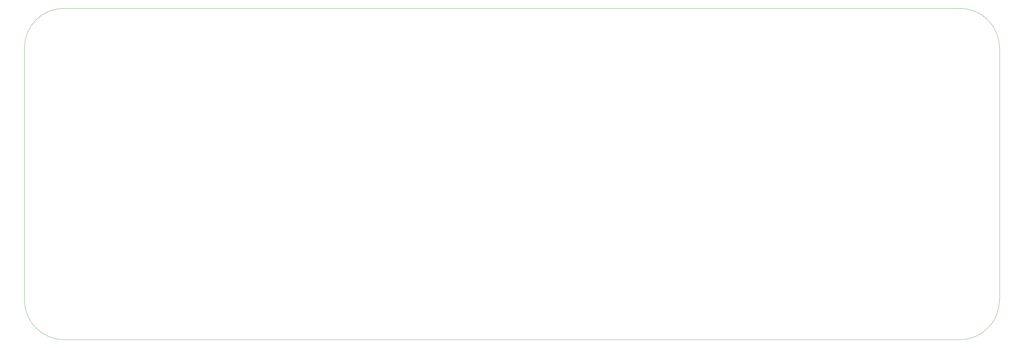
<source format=gbr>
%TF.GenerationSoftware,KiCad,Pcbnew,8.0.6*%
%TF.CreationDate,2024-12-20T15:57:00-07:00*%
%TF.ProjectId,tabesco-48,74616265-7363-46f2-9d34-382e6b696361,rev?*%
%TF.SameCoordinates,Original*%
%TF.FileFunction,Profile,NP*%
%FSLAX46Y46*%
G04 Gerber Fmt 4.6, Leading zero omitted, Abs format (unit mm)*
G04 Created by KiCad (PCBNEW 8.0.6) date 2024-12-20 15:57:00*
%MOMM*%
%LPD*%
G01*
G04 APERTURE LIST*
%TA.AperFunction,Profile*%
%ADD10C,0.050000*%
%TD*%
G04 APERTURE END LIST*
D10*
X393709623Y-109944498D02*
X393709623Y-186144498D01*
X381803373Y-98038248D02*
G75*
G02*
X393709552Y-109944498I27J-11906152D01*
G01*
X111531498Y-198050748D02*
G75*
G02*
X99625252Y-186144498I2J11906248D01*
G01*
X99625248Y-109944498D02*
X99625248Y-186144498D01*
X111531498Y-198050748D02*
X381803373Y-198050748D01*
X393709623Y-186144498D02*
G75*
G02*
X381803373Y-198050723I-11906223J-2D01*
G01*
X99625248Y-109944498D02*
G75*
G02*
X111531498Y-98038248I11906252J-2D01*
G01*
X111531498Y-98038248D02*
X381803373Y-98038248D01*
M02*

</source>
